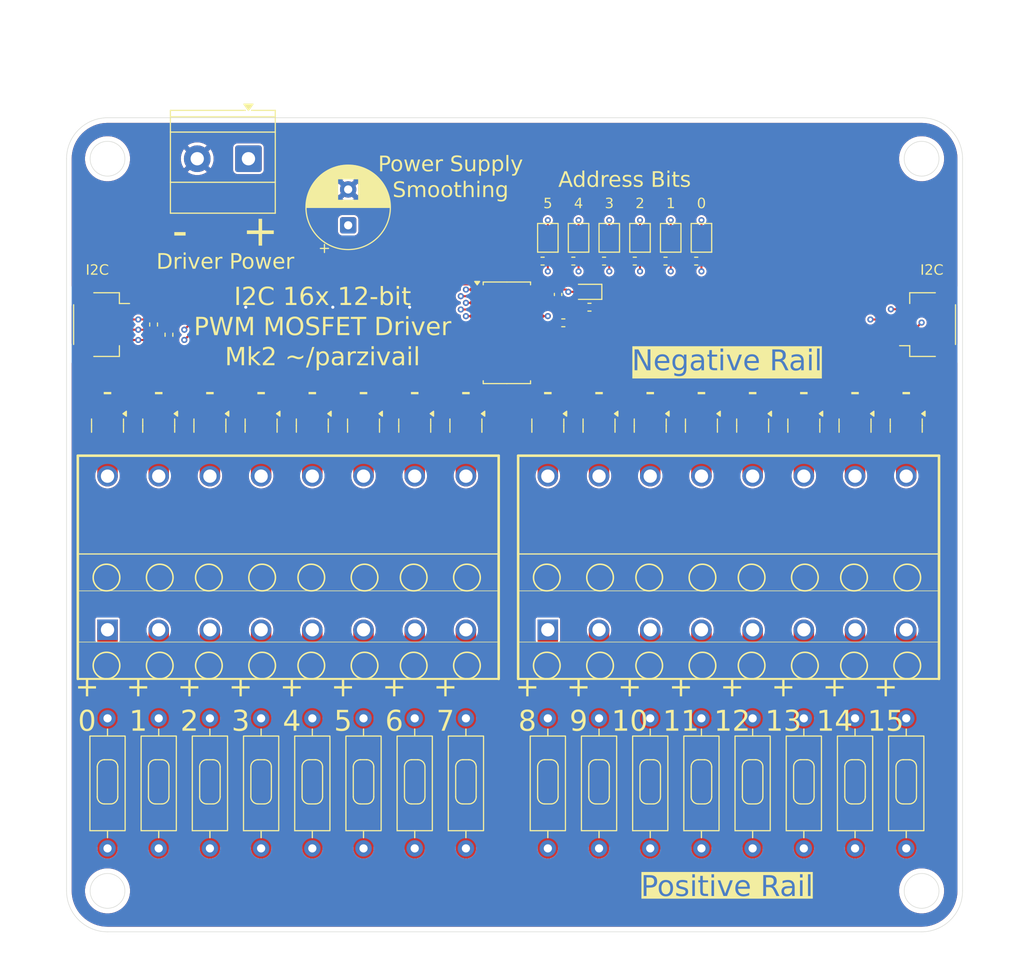
<source format=kicad_pcb>
(kicad_pcb (version 20241229) (generator "pcbnew") (generator_version "9.0")
  (layers (0 "F.Cu" signal) (4 "In1.Cu" signal) (6 "In2.Cu" signal) (2 "B.Cu" signal) (13 "F.Paste" user) (15 "B.Paste" user) (5 "F.SilkS" user "F.Silkscreen") (7 "B.SilkS" user "B.Silkscreen") (1 "F.Mask" user) (3 "B.Mask" user) (25 "Edge.Cuts" user))
  (net 0 "")
  (net 1 "GND")
  (net 2 "VCC")
  (net 3 "V_LED")
  (net 4 "Net-(D1-K)")
  (net 5 "SCL")
  (net 6 "SDA")
  (net 7 "LED3")
  (net 8 "LED0")
  (net 9 "Net-(J4-Pin_7)")
  (net 10 "Net-(J4-Pin_1)")
  (net 11 "LED5")
  (net 12 "Net-(J4-Pin_11)")
  (net 13 "Net-(J4-Pin_5)")
  (net 14 "LED1")
  (net 15 "LED2")
  (net 16 "Net-(J4-Pin_3)")
  (net 17 "LED6")
  (net 18 "Net-(J4-Pin_15)")
  (net 19 "Net-(J4-Pin_13)")
  (net 20 "LED4")
  (net 21 "Net-(J4-Pin_9)")
  (net 22 "LED7")
  (net 23 "Net-(J5-Pin_15)")
  (net 24 "Net-(J5-Pin_1)")
  (net 25 "Net-(J5-Pin_3)")
  (net 26 "Net-(J5-Pin_7)")
  (net 27 "Net-(J5-Pin_13)")
  (net 28 "LED12")
  (net 29 "LED15")
  (net 30 "LED9")
  (net 31 "Net-(J5-Pin_11)")
  (net 32 "Net-(J5-Pin_9)")
  (net 33 "LED14")
  (net 34 "LED11")
  (net 35 "LED8")
  (net 36 "LED10")
  (net 37 "Net-(J5-Pin_5)")
  (net 38 "LED13")
  (net 39 "/LD0")
  (net 40 "/LD4")
  (net 41 "/LD8")
  (net 42 "/LD12")
  (net 43 "/LD1")
  (net 44 "/LD5")
  (net 45 "/LD9")
  (net 46 "/LD13")
  (net 47 "/LD2")
  (net 48 "/LD6")
  (net 49 "/LD10")
  (net 50 "/LD14")
  (net 51 "/LD3")
  (net 52 "/LD7")
  (net 53 "/LD11")
  (net 54 "/LD15")
  (net 55 "A5")
  (net 56 "A4")
  (net 57 "A3")
  (net 58 "A2")
  (net 59 "A1")
  (net 60 "A0")
  (net 61 "Net-(U1-~{OE})")
  (footprint "Package_TO_SOT_SMD:SOT-23" (layer "F.Cu") (at 187 63.0625 -90)
    (property "Reference" "Q17" (hide yes))
    (property "Value" "AO3400A" (hide yes))
  )
  (footprint "Resistor_SMD:R_0402_1005Metric" (layer "F.Cu") (at 160.49 47 180)
    (property "Reference" "R4" (hide yes))
    (property "Value" "10k" (hide yes))
  )
  (footprint "Package_TO_SOT_SMD:SOT-23" (layer "F.Cu") (at 134 63.0625 -90)
    (property "Reference" "Q7" (hide yes))
    (property "Value" "AO3400A" (hide yes))
  )
  (footprint "parzivail:HighCurrentJumper" (layer "F.Cu") (at 119 97.85 -90)
    (property "Reference" "JP3" (hide yes))
    (property "Value" "SolderJumper_2_Bridged" (hide yes))
  )
  (footprint "parzivail:HighCurrentJumper" (layer "F.Cu") (at 129 97.85 -90)
    (property "Reference" "JP5" (hide yes))
    (property "Value" "SolderJumper_2_Bridged" (hide yes))
  )
  (footprint "Resistor_SMD:R_0402_1005Metric" (layer "F.Cu") (at 156.065 51.5)
    (property "Reference" "R7" (hide yes))
    (property "Value" "1k" (hide yes))
  )
  (footprint "TerminalBlock_Phoenix:TerminalBlock_Phoenix_MKDS-1,5-2_1x02_P5.00mm_Horizontal" (layer "F.Cu") (at 122.7625 37 180)
    (property "Reference" "J3" (hide yes))
    (property "Value" "Conn_01x02" (hide yes))
  )
  (footprint "parzivail:HighCurrentJumper" (layer "F.Cu") (at 114 97.85 -90)
    (property "Reference" "JP2" (hide yes))
    (property "Value" "SolderJumper_2_Bridged" (hide yes))
  )
  (footprint "LCSC:CONN-TH_KF250T-5.0-2X8P" (layer "F.Cu") (at 126.5 75.5)
    (property "Reference" "J4" (hide yes))
    (property "Value" "Conn_01x16")
  )
  (footprint "Connector_JST:JST_SH_SM04B-SRSS-TB_1x04-1MP_P1.00mm_Horizontal" (layer "F.Cu") (at 189.125 53.2 90)
    (property "Reference" "J2" (hide yes))
    (property "Value" "I2C_OUT" (hide yes))
  )
  (footprint "LCSC:CONN-TH_KF250T-5.0-2X8P" (layer "F.Cu") (at 169.5 75.5)
    (property "Reference" "J5" (hide yes))
    (property "Value" "Conn_01x16")
  )
  (footprint "Resistor_THT:R_Axial_DIN0309_L9.0mm_D3.2mm_P12.70mm_Horizontal" (layer "F.Cu") (at 152 104.35 90)
    (property "Reference" "R19" (hide yes))
    (property "Value" "R" (hide yes))
  )
  (footprint "Resistor_THT:R_Axial_DIN0309_L9.0mm_D3.2mm_P12.70mm_Horizontal" (layer "F.Cu") (at 134 104.35 90)
    (property "Reference" "R16" (hide yes))
    (property "Value" "R" (hide yes))
  )
  (footprint "Resistor_THT:R_Axial_DIN0309_L9.0mm_D3.2mm_P12.70mm_Horizontal" (layer "F.Cu") (at 144 104.35 90)
    (property "Reference" "R18" (hide yes))
    (property "Value" "R" (hide yes))
  )
  (footprint "Package_TO_SOT_SMD:SOT-23" (layer "F.Cu") (at 139 63.0625 -90)
    (property "Reference" "Q11" (hide yes))
    (property "Value" "AO3400A" (hide yes))
  )
  (footprint "Resistor_THT:R_Axial_DIN0309_L9.0mm_D3.2mm_P12.70mm_Horizontal" (layer "F.Cu") (at 139 104.35 90)
    (property "Reference" "R17" (hide yes))
    (property "Value" "R" (hide yes))
  )
  (footprint "Package_TO_SOT_SMD:SOT-23" (layer "F.Cu") (at 119 63.0625 -90)
    (property "Reference" "Q10" (hide yes))
    (property "Value" "AO3400A" (hide yes))
  )
  (footprint "Capacitor_SMD:C_0402_1005Metric" (layer "F.Cu") (at 153 50.255 -90)
    (property "Reference" "C1" (hide yes))
    (property "Value" "10uF" (hide yes))
  )
  (footprint "Package_TO_SOT_SMD:SOT-23" (layer "F.Cu") (at 124 63.0625 -90)
    (property "Reference" "Q14" (hide yes))
    (property "Value" "AO3400A" (hide yes))
  )
  (footprint "Package_TO_SOT_SMD:SOT-23" (layer "F.Cu") (at 152 63.0625 -90)
    (property "Reference" "Q4" (hide yes))
    (property "Value" "AO3400A" (hide yes))
  )
  (footprint "parzivail:HighCurrentJumper" (layer "F.Cu") (at 182 97.85 -90)
    (property "Reference" "JP15" (hide yes))
    (property "Value" "SolderJumper_2_Bridged" (hide yes))
  )
  (footprint "Package_TO_SOT_SMD:SOT-23" (layer "F.Cu") (at 144 63.0625 -90)
    (property "Reference" "Q15" (hide yes))
    (property "Value" "AO3400A" (hide yes))
  )
  (footprint "parzivail:HighCurrentJumper" (layer "F.Cu") (at 144 97.85 -90)
    (property "Reference" "JP8" (hide yes))
    (property "Value" "SolderJumper_2_Bridged" (hide yes))
  )
  (footprint "Package_TO_SOT_SMD:SOT-23" (layer "F.Cu") (at 129 63.0625 -90)
    (property "Reference" "Q3" (hide yes))
    (property "Value" "AO3400A" (hide yes))
  )
  (footprint "parzivail:HighCurrentJumper" (layer "F.Cu") (at 187 97.85 -90)
    (property "Reference" "JP16" (hide yes))
    (property "Value" "SolderJumper_2_Bridged" (hide yes))
  )
  (footprint "Resistor_SMD:R_0402_1005Metric" (layer "F.Cu") (at 115 54.19 90)
    (property "Reference" "R5" (hide yes))
    (property "Value" "10k" (hide yes))
  )
  (footprint "parzivail:HighCurrentJumper" (layer "F.Cu") (at 162 97.85 -90)
    (property "Reference" "JP11" (hide yes))
    (property "Value" "SolderJumper_2_Bridged" (hide yes))
  )
  (footprint "Jumper:SolderJumper-2_P1.3mm_Open_TrianglePad1.0x1.5mm" (layer "F.Cu") (at 167 44.725 -90)
    (property "Reference" "SJ_A1" (hide yes))
    (property "Value" "A0" (hide yes))
  )
  (footprint "Resistor_THT:R_Axial_DIN0309_L9.0mm_D3.2mm_P12.70mm_Horizontal" (layer "F.Cu") (at 114 104.35 90)
    (property "Reference" "R12" (hide yes))
    (property "Value" "R" (hide yes))
  )
  (footprint "Resistor_SMD:R_0402_1005Metric" (layer "F.Cu") (at 166.49 47 180)
    (property "Reference" "R8" (hide yes))
    (property "Value" "10k" (hide yes))
  )
  (footprint "Jumper:SolderJumper-2_P1.3mm_Open_TrianglePad1.0x1.5mm" (layer "F.Cu") (at 164 44.725 -90)
    (property "Reference" "SJ_A2" (hide yes))
    (property "Value" "A0" (hide yes))
  )
  (footprint "Package_SO:TSSOP-28_4.4x9.7mm_P0.65mm" (layer "F.Cu") (at 148 54)
    (property "Reference" "U1" (hide yes))
    (property "Value" "PCA9685PW")
  )
  (footprint "parzivail:HighCurrentJumper" (layer "F.Cu") (at 177 97.85 -90)
    (property "Reference" "JP14" (hide yes))
    (property "Value" "SolderJumper_2_Bridged" (hide yes))
  )
  (footprint "Jumper:SolderJumper-2_P1.3mm_Open_TrianglePad1.0x1.5mm" (layer "F.Cu") (at 158 44.725 -90)
    (property "Reference" "SJ_A4" (hide yes))
    (property "Value" "A0" (hide yes))
  )
  (footprint "Resistor_THT:R_Axial_DIN0309_L9.0mm_D3.2mm_P12.70mm_Horizontal" (layer "F.Cu") (at 157 104.35 90)
    (property "Reference" "R20" (hide yes))
    (property "Value" "R" (hide yes))
  )
  (footprint "Package_TO_SOT_SMD:SOT-23" (layer "F.Cu") (at 182 63.0625 -90)
    (property "Reference" "Q13" (hide yes))
    (property "Value" "AO3400A" (hide yes))
  )
  (footprint "parzivail:HighCurrentJumper" (layer "F.Cu") (at 134 97.85 -90)
    (property "Reference" "JP6" (hide yes))
    (property "Value" "SolderJumper_2_Bridged" (hide yes))
  )
  (footprint "parzivail:HighCurrentJumper" (layer "F.Cu") (at 109 97.85 -90)
    (property "Reference" "JP1" (hide yes))
    (property "Value" "SolderJumper_2_Bridged" (hide yes))
  )
  (footprint "Resistor_THT:R_Axial_DIN0309_L9.0mm_D3.2mm_P12.70mm_Horizontal" (layer "F.Cu") (at 187 104.35 90)
    (property "Reference" "R26" (hide yes))
    (property "Value" "R" (hide yes))
  )
  (footprint "Resistor_SMD:R_0402_1005Metric" (layer "F.Cu") (at 151.49 47 180)
    (property "Reference" "R1" (hide yes))
    (property "Value" "10k" (hide yes))
  )
  (footprint "Resistor_SMD:R_0402_1005Metric" (layer "F.Cu") (at 163.49 47 180)
    (property "Reference" "R6" (hide yes))
    (property "Value" "10k" (hide yes))
  )
  (footprint "Jumper:SolderJumper-2_P1.3mm_Open_TrianglePad1.0x1.5mm" (layer "F.Cu") (at 152 44.725 -90)
    (property "Reference" "SJ_A6" (hide yes))
    (property "Value" "A0" (hide yes))
  )
  (footprint "Package_TO_SOT_SMD:SOT-23" (layer "F.Cu") (at 177 63.0625 -90)
    (property "Reference" "Q9" (hide yes))
    (property "Value" "AO3400A" (hide yes))
  )
  (footprint "parzivail:HighCurrentJumper" (layer "F.Cu") (at 167 97.85 -90)
    (property "Reference" "JP12" (hide yes))
    (property "Value" "SolderJumper_2_Bridged" (hide yes))
  )
  (footprint "LED_SMD:LED_0603_1608Metric" (layer "F.Cu") (at 155.7875 50 180)
    (property "Reference" "D1" (hide yes))
    (property "Value" "LED" (hide yes))
  )
  (footprint "Resistor_THT:R_Axial_DIN0309_L9.0mm_D3.2mm_P12.70mm_Horizontal" (layer "F.Cu") (at 109 104.35 90)
    (property "Reference" "R11" (hide yes))
    (property "Value" "R" (hide yes))
  )
  (footprint "parzivail:HighCurrentJumper" (layer "F.Cu") (at 172 97.85 -90)
    (property "Reference" "JP13" (hide yes))
    (property "Value" "SolderJumper_2_Bridged" (hide yes))
  )
  (footprint "Package_TO_SOT_SMD:SOT-23" (layer "F.Cu") (at 114 63.0625 -90)
    (property "Reference" "Q6" (hide yes))
    (property "Value" "AO3400A" (hide yes))
  )
  (footprint "Jumper:SolderJumper-2_P1.3mm_Open_TrianglePad1.0x1.5mm" (layer "F.Cu") (at 161 44.725 -90)
    (property "Reference" "SJ_A3" (hide yes))
    (property "Value" "A0" (hide yes))
  )
  (footprint "Resistor_THT:R_Axial_DIN0309_L9.0mm_D3.2mm_P12.70mm_Horizontal" (layer "F.Cu") (at 162 104.35 90)
    (property "Reference" "R21" (hide yes))
    (property "Value" "R" (hide yes))
  )
  (footprint "Package_TO_SOT_SMD:SOT-23" (layer "F.Cu") (at 162 63.0625 -90)
    (property "Reference" "Q12" (hide yes))
    (property "Value" "AO3400A" (hide yes))
  )
  (footprint "Resistor_SMD:R_0402_1005Metric" (layer "F.Cu") (at 113.5 53.19 90)
    (property "Reference" "R9" (hide yes))
    (property "Value" "10k" (hide yes))
  )
  (footprint "parzivail:HighCurrentJumper" (layer "F.Cu") (at 139 97.85 -90)
    (property "Reference" "JP7" (hide yes))
    (property "Value" "SolderJumper_2_Bridged" (hide yes))
  )
  (footprint "Resistor_SMD:R_0402_1005Metric" (layer "F.Cu") (at 154.49 47 180)
    (property "Reference" "R2" (hide yes))
    (property "Value" "10k" (hide yes))
  )
  (footprint "Connector_JST:JST_SH_SM04B-SRSS-TB_1x04-1MP_P1.00mm_Horizontal" (layer "F.Cu") (at 108.375 53.2 -90)
    (property "Reference" "J1" (hide yes))
    (property "Value" "I2C_IN" (hide yes))
  )
  (footprint "parzivail:HighCurrentJumper" (layer "F.Cu") (at 157 97.85 -90)
    (property "Reference" "JP10" (hide yes))
    (property "Value" "SolderJumper_2_Bridged" (hide yes))
  )
  (footprint "Resistor_THT:R_Axial_DIN0309_L9.0mm_D3.2mm_P12.70mm_Horizontal" (layer "F.Cu") (at 119 104.35 90)
    (property "Reference" "R13" (hide yes))
    (property "Value" "R" (hide yes))
  )
  (footprint "Jumper:SolderJumper-2_P1.3mm_Open_TrianglePad1.0x1.5mm" (layer "F.Cu") (at 155 44.725 -90)
    (property "Reference" "SJ_A5" (hide yes))
    (property "Value" "A0" (hide yes))
  )
  (footprint "parzivail:HighCurrentJumper" (layer "F.Cu") (at 152 97.85 -90)
    (property "Reference" "JP9" (hide yes))
    (property "Value" "SolderJumper_2_Bridged" (hide yes))
  )
  (footprint "Package_TO_SOT_SMD:SOT-23" (layer "F.Cu") (at 172 63.0625 -90)
    (property "Reference" "Q5" (hide yes))
    (property "Value" "AO3400A" (hide yes))
  )
  (footprint "Resistor_THT:R_Axial_DIN0309_L9.0mm_D3.2mm_P12.70mm_Horizontal" (layer "F.Cu") (at 182 104.35 90)
    (property "Reference" "R25" (hide yes))
    (property "Value" "R" (hide yes))
  )
  (footprint "Resistor_THT:R_Axial_DIN0309_L9.0mm_D3.2mm_P12.70mm_Horizontal" (layer "F.Cu") (at 167 104.35 90)
    (property "Reference" "R22" (hide yes))
    (property "Value" "R" (hide yes))
  )
  (footprint "Capacitor_THT:CP_Radial_D8.0mm_P3.50mm" (layer "F.Cu") (at 132.5 43.5 90)
    (property "Reference" "C2" (hide yes))
    (property "Value" "User" (hide yes))
  )
  (footprint "Resistor_SMD:R_0402_1005Metric" (layer "F.Cu") (at 157.49 47 180)
    (property "Reference" "R3" (hide yes))
    (property "Value" "10k" (hide yes))
  )
  (footprint "Resistor_THT:R_Axial_DIN0309_L9.0mm_D3.2mm_P12.70mm_Horizontal" (layer "F.Cu") (at 172 104.35 90)
    (property "Reference" "R23" (hide yes))
    (property "Value" "R" (hide yes))
  )
  (footprint "Package_TO_SOT_SMD:SOT-23" (layer "F.Cu") (at 167 63.0625 -90)
    (property "Reference" "Q16" (hide yes))
    (property "Value" "AO3400A" (hide yes))
  )
  (footprint "Package_TO_SOT_SMD:SOT-23" (layer "F.Cu") (at 109 63.0625 -90)
    (property "Reference" "Q2" (hide yes))
    (property "Value" "AO3400A" (hide yes))
  )
  (footprint "parzivail:HighCurrentJumper" (layer "F.Cu") (at 124 97.85 -90)
    (property "Reference" "JP4" (hide yes))
    (property "Value" "SolderJumper_2_Bridged" (hide yes))
  )
  (footprint "Resistor_THT:R_Axial_DIN0309_L9.0mm_D3.2mm_P12.70mm_Horizontal" (layer "F.Cu") (at 124 104.35 90)
    (property "Reference" "R14" (hide yes))
    (property "Value" "R" (hide yes))
  )
  (footprint "Resistor_SMD:R_0402_1005Metric" (layer "F.Cu") (at 153.51 53.025)
    (property "Reference" "R10" (hide yes))
    (property "Value" "10k" (hide yes))
  )
  (footprint "Package_TO_SOT_SMD:SOT-23" (layer "F.Cu") (at 157 63.0625 -90)
    (property "Reference" "Q8" (hide yes))
    (property "Value" "AO3400A" (hide yes))
  )
  (footprint "Resistor_THT:R_Axial_DIN0309_L9.0mm_D3.2mm_P12.70mm_Horizontal" (layer "F.Cu") (at 129 104.35 90)
    (property "Reference" "R15" (hide yes))
    (property "Value" "R")
  )
  (footprint "Resistor_THT:R_Axial_DIN0309_L9.0mm_D3.2mm_P12.70mm_Horizontal" (layer "F.Cu") (at 177 104.35 90)
    (property "Reference" "R24" (hide yes))
    (property "Value" "R" (hide yes))
  )
  (gr_arc (start 105 37) (mid 106.171573 34.171573) (end 109 33) (stroke (width 0.05)) (layer "Edge.Cuts"))
  (gr_circle (center 188.5 108.5) (end 190.2 108.5) (stroke (width 0.05)) (fill no) (layer "Edge.Cuts"))
  (gr_line (start 192.5 37) (end 192.5 108.5) (stroke (width 0.05)) (layer "Edge.Cuts"))
  (gr_line (start 109 33) (end 188.5 33) (stroke (width 0.05)) (layer "Edge.Cuts"))
  (gr_line (start 105 108.5) (end 105 37) (stroke (width 0.05)) (layer "Edge.Cuts"))
  (gr_arc (start 109 112.5) (mid 106.171573 111.328427) (end 105 108.5) (stroke (width 0.05)) (layer "Edge.Cuts"))
  (gr_circle (center 109 108.5) (end 110.7 108.5) (stroke (width 0.05)) (fill no) (layer "Edge.Cuts"))
  (gr_circle (center 109 37) (end 110.7 37) (stroke (width 0.05)) (fill no) (layer "Edge.Cuts"))
  (gr_arc (start 188.5 33) (mid 191.328427 34.171573) (end 192.5 37) (stroke (width 0.05)) (layer "Edge.Cuts"))
  (gr_arc (start 192.5 108.5) (mid 191.328427 111.328427) (end 188.5 112.5) (stroke (width 0.05)) (layer "Edge.Cuts"))
  (gr_circle (center 188.5 37) (end 190.2 37) (stroke (width 0.05)) (fill no) (layer "Edge.Cuts"))
  (gr_line (start 188.5 112.5) (end 109 112.5) (stroke (width 0.05)) (layer "Edge.Cuts"))
  (gr_text "3" (at 158 42 0) (layer "F.SilkS") (effects (font (size 1 1) (thickness 0.1)) (justify bottom)))
  (gr_text "+\n4" (at 127 87.5 0) (layer "F.SilkS") (effects (font (size 2 2) (thickness 0.1)) (justify top)))
  (gr_text "I2C" (at 108 48.5 0) (layer "F.SilkS") (effects (font (size 1 1) (thickness 0.1)) (justify bottom)))
  (gr_text "-    +" (at 120.5 46 0) (layer "F.SilkS") (effects (font (size 3 3) (thickness 0.1)) (justify bottom)))
  (gr_text "+\n13" (at 175 87.5 0) (layer "F.SilkS") (effects (font (size 2 2) (thickness 0.1)) (justify top)))
  (gr_text "-" (at 139 61 0) (layer "F.SilkS") (effects (font (size 2 2) (thickness 0.1)) (justify bottom)))
  (gr_text "+\n5" (at 132 87.5 0) (layer "F.SilkS") (effects (font (size 2 2) (thickness 0.1)) (justify top)))
  (gr_text "+\n2" (at 117 87.5 0) (layer "F.SilkS") (effects (font (size 2 2) (thickness 0.1)) (justify top)))
  (gr_text "+\n1" (at 112 87.5 0) (layer "F.SilkS") (effects (font (size 2 2) (thickness 0.1)) (justify top)))
  (gr_text "+\n0" (at 107 87.5 0) (layer "F.SilkS") (effects (font (size 2 2) (thickness 0.1)) (justify top)))
  (gr_text "-" (at 119 61 0) (layer "F.SilkS") (effects (font (size 2 2) (thickness 0.1)) (justify bottom)))
  (gr_text "-" (at 129 61 0) (layer "F.SilkS") (effects (font (size 2 2) (thickness 0.1)) (justify bottom)))
  (gr_text "-" (at 187 61 0) (layer "F.SilkS") (effects (font (size 2 2) (thickness 0.1)) (justify bottom)))
  (gr_text "+\n8" (at 150 87.5 0) (layer "F.SilkS") (effects (font (size 2 2) (thickness 0.1)) (justify top)))
  (gr_text "0" (at 167 42 0) (layer "F.SilkS") (effects (font (size 1 1) (thickness 0.1)) (justify bottom)))
  (gr_text "-" (at 162 61 0) (layer "F.SilkS") (effects (font (size 2 2) (thickness 0.1)) (justify bottom)))
  (gr_text "+\n14" (at 180 87.5 0) (layer "F.SilkS") (effects (font (size 2 2) (thickness 0.1)) (justify top)))
  (gr_text "-" (at 114 61 0) (layer "F.SilkS") (effects (font (size 2 2) (thickness 0.1)) (justify bottom)))
  (gr_text "-" (at 124 61 0) (layer "F.SilkS") (effects (font (size 2 2) (thickness 0.1)) (justify bottom)))
  (gr_text "Negative Rail" (at 169.5 58 0) (layer "F.SilkS" knockout) (effects (font (size 2 2) (thickness 0.1)) (justify bottom)))
  (gr_text "+\n12" (at 170 87.5 0) (layer "F.SilkS") (effects (font (size 2 2) (thickness 0.1)) (justify top)))
  (gr_text "+\n10" (at 160 87.5 0) (layer "F.SilkS") (effects (font (size 2 2) (thickness 0.1)) (justify top)))
  (gr_text "5" (at 152 42 0) (layer "F.SilkS") (effects (font (size 1 1) (thickness 0.1)) (justify bottom)))
  (gr_text "Driver Power" (at 120.5 48 0) (layer "F.SilkS") (effects (font (size 1.5 1.5) (thickness 0.1)) (justify bottom)))
  (gr_text "-" (at 134 61 0) (layer "F.SilkS") (effects (font (size 2 2) (thickness 0.1)) (justify bottom)))
  (gr_text "2" (at 161 42 0) (layer "F.SilkS") (effects (font (size 1 1) (thickness 0.1)) (justify bottom)))
  (gr_text "Positive Rail" (at 169.5 107 0) (layer "F.SilkS" knockout) (effects (font (size 2 2) (thickness 0.1)) (justify top)))
  (gr_text "-" (at 167 61 0) (layer "F.SilkS") (effects (font (size 2 2) (thickness 0.1)) (justify bottom)))
  (gr_text "+\n7" (at 142 87.5 0) (layer "F.SilkS") (effects (font (size 2 2) (thickness 0.1)) (justify top)))
  (gr_text "Power Supply\nSmoothing" (at 142.5 41 0) (layer "F.SilkS") (effects (font (size 1.5 1.5) (thickness 0.1)) (justify bottom)))
  (gr_text "-" (at 157 61 0) (layer "F.SilkS") (effects (font (size 2 2) (thickness 0.1)) (justify bottom)))
  (gr_text "+\n9" (at 155 87.5 0) (layer "F.SilkS") (effects (font (size 2 2) (thickness 0.1)) (justify top)))
  (gr_text "Address Bits" (at 159.5 40 0) (layer "F.SilkS") (effects (font (size 1.5 1.5) (thickness 0.1)) (justify bottom)))
  (gr_text "+\n3" (at 122 87.5 0) (layer "F.SilkS") (effects (font (size 2 2) (thickness 0.1)) (justify top)))
  (gr_text "-" (at 177 61 0) (layer "F.SilkS") (effects (font (size 2 2) (thickness 0.1)) (justify bottom)))
  (gr_text "1" (at 164 42 0) (layer "F.SilkS") (effects (font (size 1 1) (thickness 0.1)) (justify bottom)))
  (gr_text "+\n11" (at 165 87.5 0) (layer "F.SilkS") (effects (font (size 2 2) (thickness 0.1)) (justify top)))
  (gr_text "-" (at 182 61 0) (layer "F.SilkS") (effects (font (size 2 2) (thickness 0.1)) (justify bottom)))
  (gr_text "-" (at 109 61 0) (layer "F.SilkS") (effects (font (size 2 2) (thickness 0.1)) (justify bottom)))
  (gr_text "4" (at 155 42 0) (layer "F.SilkS") (effects (font (size 1 1) (thickness 0.1)) (justify bottom)))
  (gr_text "-" (at 144 61 0) (layer "F.SilkS") (effects (font (size 2 2) (thickness 0.1)) (justify bottom)))
  (gr_text "-" (at 152 61 0) (layer "F.SilkS") (effects (font (size 2 2) (thickness 0.1)) (justify bottom)))
  (gr_text "I2C 16x 12-bit\nPWM MOSFET Driver\nMk2 ~/parzivail" (at 130 53.5 0) (layer "F.SilkS") (effects (font (size 1.75 1.75) (thickness 0.1))))
  (gr_text "+\n6" (at 137 87.5 0) (layer "F.SilkS") (effects (font (size 2 2) (thickness 0.1)) (justify top)))
  (gr_text "-" (at 172 61 0) (layer "F.SilkS") (effects (font (size 2 2) (thickness 0.1)) (justify bottom)))
  (gr_text "I2C" (at 189.5 48.5 0) (layer "F.SilkS") (effects (font (size 1 1) (thickness 0.1)) (justify bottom)))
  (gr_text "+\n15" (at 185 87.5 0) (layer "F.SilkS") (effects (font (size 2 2) (thickness 0.1)) (justify top)))
  (via (at 122.5 51.5) (size 0.6) (drill 0.3) (layers "F.Cu" "B.Cu") (net 1))
  (via (at 131 51.5) (size 0.6) (drill 0.3) (layers "F.Cu" "B.Cu") (net 1))
  (via (at 138.5 51.5) (size 0.6) (drill 0.3) (layers "F.Cu" "B.Cu") (net 1))
  (segment (start 152 44) (end 152 43) (width 0.2) (layer "F.Cu") (net 2))
  (segment (start 154 50) (end 153.775 49.775) (width 0.2) (layer "F.Cu") (net 2))
  (segment (start 187.8 53.7) (end 188.5 53) (width 0.2) (layer "F.Cu") (net 2))
  (segment (start 187.125 53.7) (end 187.8 53.7) (width 0.2) (layer "F.Cu") (net 2))
  (segment (start 158 44) (end 158 43) (width 0.2) (layer "F.Cu") (net 2))
  (segment (start 153.775 49.775) (end 153 49.775) (width 0.2) (layer "F.Cu") (net 2))
  (segment (start 167 44) (end 167 43) (width 0.2) (layer "F.Cu") (net 2))
  (segment (start 113.48 52.7) (end 113.5 52.68) (width 0.2) (layer "F.Cu") (net 2))
  (segment (start 161 44) (end 161 43) (width 0.2) (layer "F.Cu") (net 2))
  (segment (start 164 44) (end 164 43) (width 0.2) (layer "F.Cu") (net 2))
  (segment (start 155 50) (end 154 50) (width 0.2) (layer "F.Cu") (net 2))
  (segment (start 153 49.775) (end 150.8625 49.775) (width 0.2) (layer "F.Cu") (net 2))
  (segment (start 155 44) (end 155 43) (width 0.2) (layer "F.Cu") (net 2))
  (segment (start 113.5 52.68) (end 114 52.68) (width 0.2) (layer "F.Cu") (net 2))
  (segment (start 114 52.68) (end 115 53.68) (width 0.2) (layer "F.Cu") (net 2))
  (segment (start 112 52.7) (end 113.48 52.7) (width 0.2) (layer "F.Cu") (net 2))
  (segment (start 110.375 52.7) (end 112 52.7) (width 0.2) (layer "F.Cu") (net 2))
  (via (at 158 43) (size 0.6) (drill 0.3) (layers "F.Cu" "B.Cu") (net 2))
  (via (at 152 43) (size 0.6) (drill 0.3) (layers "F.Cu" "B.Cu") (net 2))
  (via (at 167 43) (size 0.6) (drill 0.3) (layers "F.Cu" "B.Cu") (net 2))
  (via (at 154 50) (size 0.6) (drill 0.3) (layers "F.Cu" "B.Cu") (net 2))
  (via (at 112 52.7) (size 0.6) (drill 0.3) (layers "F.Cu" "B.Cu") (net 2))
  (via (at 164 43) (size 0.6) (drill 0.3) (layers "F.Cu" "B.Cu") (net 2))
  (via (at 188.5 53) (size 0.6) (drill 0.3) (layers "F.Cu" "B.Cu") (net 2))
  (via (at 155 43) (size 0.6) (drill 0.3) (layers "F.Cu" "B.Cu") (net 2))
  (via (at 161 43) (size 0.6) (drill 0.3) (layers "F.Cu" "B.Cu") (net 2))
  (segment (start 162 99.25) (end 162 104.35) (width 2) (layer "F.Cu") (net 3))
  (segment (start 157 99.25) (end 157 104.35) (width 2) (layer "F.Cu") (net 3))
  (segment (start 144 99.25) (end 144 104.35) (width 2) (layer "F.Cu") (net 3))
  (segment (start 139 99.25) (end 139 104.35) (width 2) (layer "F.Cu") (net 3))
  (segment (start 129 99.25) (end 129 104.35) (width 2) (layer "F.Cu") (net 3))
  (segment (start 124 104.35) (end 124 99.25) (width 2) (layer "F.Cu") (net 3))
  (segment (start 172 99.25) (end 172 104.35) (width 2) (layer "F.Cu") (net 3))
  (segment (start 182 99.25) (end 182 104.35) (width 2) (layer "F.Cu") (net 3))
  (segment (start 119 99.25) (end 119 104.35) (width 2) (layer "F.Cu") (net 3))
  (segment (start 109 99.25) (end 109 104.35) (width 2) (layer "F.Cu") (net 3))
  (segment (start 114 104.35) (end 114 99.25) (width 2) (layer "F.Cu") (net 3))
  (segment (start 177 99.25) (end 177 104.35) (width 2) (layer "F.Cu") (net 3))
  (segment (start 187 99.25) (end 187 104.35) (width 2) (layer "F.Cu") (net 3))
  (segment (start 167 99.25) (end 167 104.35) (width 2) (layer "F.Cu") (net 3))
  (segment (start 134 99.25) (end 134 104.35) (width 2) (layer "F.Cu") (net 3))
  (segment (start 152 99.25) (end 152 104.35) (width 2) (layer "F.Cu") (net 3))
  (segment (start 156.575 50) (end 156.575 51.5) (width 0.2) (layer "F.Cu") (net 4))
  (segment (start 121.926 49.274) (end 148.274 49.274) (width 0.2) (layer "F.Cu") (net 5))
  (segment (start 116.5 54.7) (end 121.926 49.274) (width 0.2) (layer "F.Cu") (net 5))
  (segment (start 112 54.7) (end 110.375 54.7) (width 0.2) (layer "F.Cu") (net 5))
  (segment (start 150.075 51.075) (end 150.8625 51.075) (width 0.2) (layer "F.Cu") (net 5))
  (segment (start 112 54.7) (end 115 54.7) (width 0.2) (layer "F.Cu") (net 5))
  (segment (start 185.5 51.7) (end 187.125 51.7) (width 0.2) (layer "F.Cu") (net 5))
  (segment (start 148.274 49.274) (end 150.075 51.075) (width 0.2) (layer "F.Cu") (net 5))
  (via (at 112 54.7) (size 0.6) (drill 0.3) (layers "F.Cu" "B.Cu") (net 5))
  (via (at 116.5 54.7) (size 0.6) (drill 0.3) (layers "F.Cu" "B.Cu") (net 5))
  (via (at 185.5 51.7) (size 0.6) (drill 0.3) (layers "F.Cu" "B.Cu") (net 5))
  (segment (start 183.5 52.7) (end 187.125 52.7) (width 0.2) (layer "F.Cu") (net 6))
  (segment (start 112 53.7) (end 110.375 53.7) (width 0.2) (layer "F.Cu") (net 6))
  (segment (start 121.227 48.973) (end 148.673001 48.973) (width 0.2) (layer "F.Cu") (net 6))
  (segment (start 112 53.7) (end 113.5 53.7) (width 0.2) (layer "F.Cu") (net 6))
  (segment (start 148.673001 48.973) (end 150.125001 50.425) (width 0.2) (layer "F.Cu") (net 6))
  (segment (start 116.5 53.7) (end 121.227 48.973) (width 0.2) (layer "F.Cu") (net 6))
  (segment (start 150.125001 50.425) (end 150.8625 50.425) (width 0.2) (layer "F.Cu") (net 6))
  (via (at 112 53.7) (size 0.6) (drill 0.3) (layers "F.Cu" "B.Cu") (net 6))
  (via (at 116.5 53.7) (size 0.6) (drill 0.3) (layers "F.Cu" "B.Cu") (net 6))
  (via (at 183.5 52.7) (size 0.6) (drill 0.3) (layers "F.Cu" "B.Cu") (net 6))
  (segment (start 124 68) (end 124 64) (width 2) (layer "F.Cu") (net 7))
  (segment (start 109 68) (end 109 64) (width 2) (layer "F.Cu") (net 8))
  (segment (start 124 91.65) (end 124 83) (width 2) (layer "F.Cu") (net 9))
  (segment (start 124 96.45) (end 124 91.65) (width 2) (layer "F.Cu") (net 9))
  (segment (start 109 91.65) (end 109 83) (width 2) (layer "F.Cu") (net 10))
  (segment (start 109 96.45) (end 109 91.65) (width 2) (layer "F.Cu") (net 10))
  (segment (start 134 68) (end 134 64) (width 2) (layer "F.Cu") (net 11))
  (segment (start 134 96.45) (end 134 91.65) (width 2) (layer "F.Cu") (net 12))
  (segment (start 134 91.65) (end 134 83) (width 2) (layer "F.Cu") (net 12))
  (segment (start 119 91.65) (end 119 83) (width 2) (layer "F.Cu") (net 13))
  (segment (start 119 96.45) (end 119 91.65) (width 2) (layer "F.Cu") (net 13))
  (segment (start 114 68) (end 114 64) (width 2) (layer "F.Cu") (net 14))
  (segment (start 119 68) (end 119 64) (width 2) (layer "F.Cu") (net 15))
  (segment (start 114 91.65) (end 114 83) (width 2) (layer "F.Cu") (net 16))
  (segment (start 114 96.45) (end 114 91.65) (width 2) (layer "F.Cu") (net 16))
  (segment (start 139 68) (end 139 64) (width 2) (layer "F.Cu") (net 17))
  (segment (start 144 91.65) (end 144 83) (width 2) (layer "F.Cu") (net 18))
  (segment (start 144 96.45) (end 144 91.65) (width 2) (layer "F.Cu") (net 18))
  (segment (start 139 91.65) (end 139 83) (width 2) (layer "F.Cu") (net 19))
  (segment (start 139 96.45) (end 139 91.65) (width 2) (layer "F.Cu") (net 19))
  (segment (start 129 68) (end 129 64) (width 2) (layer "F.Cu") (net 20))
  (segment (start 129 96.45) (end 129 91.65) (width 2) (layer "F.Cu") (net 21))
  (segment (start 129 91.65) (end 129 83) (width 2) (layer "F.Cu") (net 21))
  (segment (start 144 68) (end 144 64) (width 2) (layer "F.Cu") (net 22))
  (segment (start 187 91.65) (end 187 83) (width 2) (layer "F.Cu") (net 23))
  (segment (start 187 96.45) (end 187 91.65) (width 2) (layer "F.Cu") (net 23))
  (segment (start 152 91.65) (end 152 83) (width 2) (layer "F.Cu") (net 24))
  (segment (start 152 96.45) (end 152 91.65) (width 2) (layer "F.Cu") (net 24))
  (segment (start 157 96.45) (end 157 91.65) (width 2) (layer "F.Cu") (net 25))
  (segment (start 157 91.65) (end 157 83) (width 2) (layer "F.Cu") (net 25))
  (segment (start 167 96.45) (end 167 91.65) (width 2) (layer "F.Cu") (net 26))
  (segment (start 167 91.65) (end 167 83) (width 2) (layer "F.Cu") (net 26))
  (segment (start 182 91.65) (end 182 83) (width 2) (layer "F.Cu") (net 27))
  (segment (start 182 96.45) (end 182 91.65) (width 2) (layer "F.Cu") (net 27))
  (segment (start 172 68) (end 172 64) (width 2) (layer "F.Cu") (net 28))
  (segment (start 187 68) (end 187 64) (width 2) (layer "F.Cu") (net 29))
  (segment (start 157 68) (end 157 64) (width 2) (layer "F.Cu") (net 30))
  (segment (start 177 91.65) (end 177 83) (width 2) (layer "F.Cu") (net 31))
  (segment (start 177 96.45) (end 177 91.65) (width 2) (layer "F.Cu") (net 31))
  (segment (start 172 91.65) (end 172 83) (width 2) (layer "F.Cu") (net 32))
  (segment (start 172 96.45) (end 172 91.65) (width 2) (layer "F.Cu") (net 32))
  (segment (start 182 68) (end 182 64) (width 2) (layer "F.Cu") (net 33))
  (segment (start 167 68) (end 167 64) (width 2) (layer "F.Cu") (net 34))
  (segment (start 152 68) (end 152 64) (width 2) (layer "F.Cu") (net 35))
  (segment (start 162 68) (end 162 64) (width 2) (layer "F.Cu") (net 36))
  (segment (start 162 91.65) (end 162 83) (width 2) (layer "F.Cu") (net 37))
  (segment (start 162 96.45) (end 162 91.65) (width 2) (layer "F.Cu") (net 37))
  (segment (start 177 68) (end 177 64) (width 2) (layer "F.Cu") (net 38))
  (segment (start 145.1375 53.025) (end 119.05 53.025) (width 0.2) (layer "F.Cu") (net 39))
  (segment (start 119.05 53.025) (end 109.95 62.125) (width 0.2) (layer "F.Cu") (net 39))
  (segment (start 145.1375 55.625) (end 136.45 55.625) (width 0.2) (layer "F.Cu") (net 40))
  (segment (start 136.45 55.625) (end 129.95 62.125) (width 0.2) (layer "F.Cu") (net 40))
  (segment (start 150.8625 58.225) (end 152.95 60.3125) (width 0.2) (layer "F.Cu") (net 41))
  (segment (start 152.95 60.3125) (end 152.95 62.125) (width 0.2) (layer "F.Cu") (net 41))
  (segment (start 172.95 60.95) (end 167.625 55.625) (width 0.2) (layer "F.Cu") (net 42))
  (segment (start 167.625 55.625) (end 150.8625 55.625) (width 0.2) (layer "F.Cu") (net 42))
  (segment (start 172.95 62.125) (end 172.95 60.95) (width 0.2) (layer "F.Cu") (net 42))
  (segment (start 123.4 53.675) (end 114.95 62.125) (width 0.2) (layer "F.Cu") (net 43))
  (segment (start 145.1375 53.675) (end 123.4 53.675) (width 0.2) (layer "F.Cu") (net 43))
  (segment (start 140.8 56.275) (end 134.95 62.125) (width 0.2) (layer "F.Cu") (net 44))
  (segment (start 145.1375 56.275) (end 140.8 56.275) (width 0.2) (layer "F.Cu") (net 44))
  (segment (start 157.95 60.95) (end 157.95 62.125) (width 0.2) (layer "F.Cu") (net 45))
  (segment (start 154.575 57.575) (end 157.95 60.95) (width 0.2) (layer "F.Cu") (net 45))
  (segment (start 150.8625 57.575) (end 154.575 57.575) (width 0.2) (layer "F.Cu") (net 45))
  (segment (start 150.8625 54.975) (end 171.975 54.975) (width 0.2) (layer "F.Cu") (net 46))
  (segment (start 171.975 54.975) (end 177.95 60.95) (width 0.2) (layer "F.Cu") (net 46))
  (segment (start 177.95 60.95) (end 177.95 62.125) (width 0.2) (layer "F.Cu") (net 46))
  (segment (start 145.1375 54.325) (end 127.75 54.325) (width 0.2) (layer "F.Cu") (net 47))
  (segment (start 127.75 54.325) (end 119.95 62.125) (width 0.2) (layer "F.Cu") (net 47))
  (segment (start 145.1375 56.925) (end 144.075 56.925) (width 0.2) (layer "F.Cu") (net 48))
  (segment (start 139.95 61.05) (end 139.95 62.125) (width 0.2) (layer "F.Cu") (net 48))
  (segment (start 144.075 56.925) (end 139.95 61.05) (width 0.2) (layer "F.Cu") (net 48))
  (segment (start 162.95 60.95) (end 162.95 62.125) (width 0.2) (layer "F.Cu") (net 49))
  (segment (start 150.8625 56.925) (end 158.925 56.925) (width 0.2) (layer "F.Cu") (net 49))
  (segment (start 158.925 56.925) (end 162.95 60.95) (width 0.2) (layer "F.Cu") (net 49))
  (segment (start 182.95 62.125) (end 182.95 60.95) (width 0.2) (layer "F.Cu") (net 50))
  (segment (start 176.325 54.325) (end 150.8625 54.325) (width 0.2) (layer "F.Cu") (net 50))
  (segment (start 182.95 60.95) (end 176.325 54.325) (width 0.2) (layer "F.Cu") (net 50))
  (segment (start 145.1375 54.975) (end 132.1 54.975) (width 0.2) (layer "F.Cu") (net 51))
  (segment (start 132.1 54.975) (end 124.95 62.125) (width 0.2) (layer "F.Cu") (net 51))
  (segment (start 146.5 60.575) (end 144.95 62.125) (width 0.2) (layer "F.Cu") (net 52))
  (segment (start 145.1375 57.575) (end 146.075 57.575) (width 0.2) (layer "F.Cu") (net 52))
  (segment (start 146.5 58) (end 146.5 60.575) (width 0.2) (layer "F.Cu") (net 52))
  (segment (start 146.075 57.575) (end 146.5 58) (width 0.2) (layer "F.Cu") (net 52))
  (segment (start 163.275 56.275) (end 167.95 60.95) (width 0.2) (layer "F.Cu") (net 53))
  (segment (start 167.95 60.95) (end 167.95 62.125) (width 0.2) (layer "F.Cu") (net 53))
  (segment (start 150.8625 56.275) (end 163.275 56.275) (width 0.2) (layer "F.Cu") (net 53))
  (segment (start 187.95 60.95) (end 187.95 62.125) (width 0.2) (layer "F.Cu") (net 54))
  (segment (start 150.8625 53.675) (end 180.675 53.675) (width 0.2) (layer "F.Cu") (net 54))
  (segment (start 180.675 53.675) (end 187.95 60.95) (width 0.2) (layer "F.Cu") (net 54))
  (segment (start 152 47) (end 152 48) (width 0.2) (layer "F.Cu") (net 55))
  (segment (start 152 52.368608) (end 151.993608 52.375) (width 0.2) (layer "F.Cu") (net 55))
  (segment (start 151.993608 52.375) (end 150.8625 52.375) (width 0.2) (layer "F.Cu") (net 55))
  (segment (start 152 45.45) (end 152 47) (width 0.2) (layer "F.Cu") (net 55))
  (via (at 152 48) (size 0.6) (drill 0.3) (layers "F.Cu" "B.Cu") (net 55))
  (via (at 152 52.368608) (size 0.6) (drill 0.3) (layers "F.Cu" "B.Cu") (net 55))
  (segment (start 155 45.45) (end 155 47) (width 0.2) (layer "F.Cu") (net 56))
  (segment (start 144 52.375) (end 145.1375 52.375) (width 0.2) (layer "F.Cu") (net 56))
  (segment (start 155 47) (end 155 48) (width 0.2) (layer "F.Cu") (net 56))
  (via (at 155 48) (size 0.6) (drill 0.3) (layers "F.Cu" "B.Cu") (net 56))
  (via (at 144 52.375) (size 0.6) (drill 0.3) (layers "F.Cu" "B.Cu") (net 56))
  (segment (start 158 45.45) (end 158 47) (width 0.2) (layer "F.Cu") (net 57))
  (segment (start 143.5 51.725) (end 145.1375 51.725) (width 0.2) (layer "F.Cu") (net 57))
  (segment (start 158 47) (end 158 48) (width 0.2) (layer "F.Cu") (net 57))
  (via (at 158 48) (size 0.6) (drill 0.3) (layers "F.Cu" "B.Cu") (net 57))
  (via (at 143.5 51.725) (size 0.6) (drill 0.3) (layers "F.Cu" "B.Cu") (net 57))
  (segment (start 161 47) (end 161 48) (width 0.2) (layer "F.Cu") (net 58))
  (segment (start 144 51.075) (end 145.1375 51.075) (width 0.2) (layer "F.Cu") (net 58))
  (segment (start 161 45.45) (end 161 47) (width 0.2) (layer "F.Cu") (net 58))
  (via (at 144 51.075) (size 0.6) (drill 0.3) (layers "F.Cu" "B.Cu") (net 58))
  (via (at 161 48) (size 0.6) (drill 0.3) (layers "F.Cu" "B.Cu") (net 58))
  (segment (start 143.5 50.425) (end 145.1375 50.425) (width 0.2) (layer "F.Cu") (net 59))
  (segment (start 164 47) (end 164 48) (width 0.2) (layer "F.Cu") (net 59))
  (segment (start 164 45.45) (end 164 47) (width 0.2) (layer "F.Cu") (net 59))
  (via (at 143.5 50.425) (size 0.6) (drill 0.3) (layers "F.Cu" "B.Cu") (net 59))
  (via (at 164 48) (size 0.6) (drill 0.3) (layers "F.Cu" "B.Cu") (net 59))
  (segment (start 167 47) (end 167 48) (width 0.2) (layer "F.Cu") (net 60))
  (segment (start 144 49.775) (end 145.1375 49.775) (width 0.2) (layer "F.Cu") (net 60))
  (segment (start 167 45.45) (end 167 47) (width 0.2) (layer "F.Cu") (net 60))
  (via (at 167 48) (size 0.6) (drill 0.3) (layers "F.Cu" "B.Cu") (net 60))
  (via (at 144 49.775) (size 0.6) (drill 0.3) (layers "F.Cu" "B.Cu") (net 60))
  (segment (start 150.8625 53.025) (end 153 53.025) (width 0.2) (layer "F.Cu") (net 61))
  (zone (net 1) (net_name "GND") (layers "F.Cu" "B.Cu" "In2.Cu") (connect_pads (clearance 0.2)) (min_thickness 0.25) (fill yes (thermal_gap 0.3) (thermal_bridge_width 0.5))
    (polygon (pts (xy 98.5 21.5) (xy 98.5 116.5) (xy 198.5 116.5) (xy 198.5 21.5)))
  )
)
</source>
